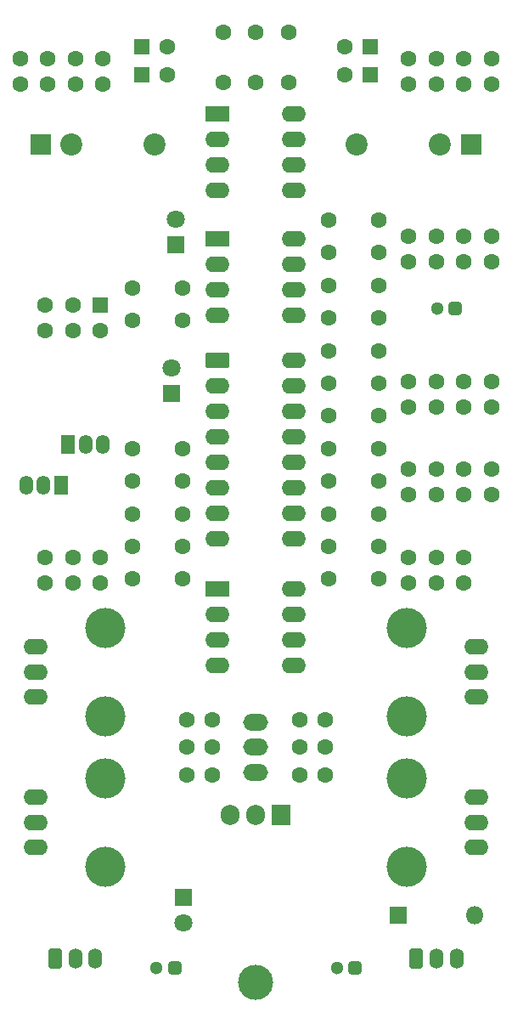
<source format=gbr>
%TF.GenerationSoftware,KiCad,Pcbnew,9.0.2*%
%TF.CreationDate,2025-07-31T20:58:52+10:00*%
%TF.ProjectId,Chorus,43686f72-7573-42e6-9b69-6361645f7063,1-0*%
%TF.SameCoordinates,Original*%
%TF.FileFunction,Soldermask,Bot*%
%TF.FilePolarity,Negative*%
%FSLAX46Y46*%
G04 Gerber Fmt 4.6, Leading zero omitted, Abs format (unit mm)*
G04 Created by KiCad (PCBNEW 9.0.2) date 2025-07-31 20:58:52*
%MOMM*%
%LPD*%
G01*
G04 APERTURE LIST*
G04 Aperture macros list*
%AMRoundRect*
0 Rectangle with rounded corners*
0 $1 Rounding radius*
0 $2 $3 $4 $5 $6 $7 $8 $9 X,Y pos of 4 corners*
0 Add a 4 corners polygon primitive as box body*
4,1,4,$2,$3,$4,$5,$6,$7,$8,$9,$2,$3,0*
0 Add four circle primitives for the rounded corners*
1,1,$1+$1,$2,$3*
1,1,$1+$1,$4,$5*
1,1,$1+$1,$6,$7*
1,1,$1+$1,$8,$9*
0 Add four rect primitives between the rounded corners*
20,1,$1+$1,$2,$3,$4,$5,0*
20,1,$1+$1,$4,$5,$6,$7,0*
20,1,$1+$1,$6,$7,$8,$9,0*
20,1,$1+$1,$8,$9,$2,$3,0*%
G04 Aperture macros list end*
%ADD10C,1.600000*%
%ADD11R,1.350000X1.900000*%
%ADD12O,1.350000X1.900000*%
%ADD13R,2.000000X2.000000*%
%ADD14C,2.200000*%
%ADD15R,1.800000X1.800000*%
%ADD16C,1.800000*%
%ADD17RoundRect,0.250000X-0.550000X-0.550000X0.550000X-0.550000X0.550000X0.550000X-0.550000X0.550000X0*%
%ADD18C,3.500000*%
%ADD19R,1.905000X2.000000*%
%ADD20O,1.905000X2.000000*%
%ADD21RoundRect,0.291666X-0.408334X-0.708334X0.408334X-0.708334X0.408334X0.708334X-0.408334X0.708334X0*%
%ADD22O,1.400000X2.000000*%
%ADD23R,2.400000X1.600000*%
%ADD24O,2.400000X1.600000*%
%ADD25C,4.000000*%
%ADD26O,1.800000X1.800000*%
%ADD27RoundRect,0.270833X0.379167X0.379167X-0.379167X0.379167X-0.379167X-0.379167X0.379167X-0.379167X0*%
%ADD28C,1.300000*%
%ADD29O,2.500000X1.700000*%
%ADD30RoundRect,0.250000X0.550000X0.550000X-0.550000X0.550000X-0.550000X-0.550000X0.550000X-0.550000X0*%
%ADD31RoundRect,0.250000X0.550000X-0.550000X0.550000X0.550000X-0.550000X0.550000X-0.550000X-0.550000X0*%
%ADD32RoundRect,0.250000X-0.950000X-0.550000X0.950000X-0.550000X0.950000X0.550000X-0.950000X0.550000X0*%
G04 APERTURE END LIST*
D10*
%TO.C,R24*%
X131750000Y-106130500D03*
X131750000Y-103590500D03*
%TD*%
D11*
%TO.C,Q2*%
X130600001Y-96390001D03*
D12*
X128830001Y-96390001D03*
X127100001Y-96390001D03*
%TD*%
D10*
%TO.C,R20*%
X156880500Y-125250000D03*
X154340500Y-125250000D03*
%TD*%
%TO.C,C15*%
X157250000Y-102500000D03*
X162250000Y-102500000D03*
%TD*%
%TO.C,C16*%
X142700001Y-105750000D03*
X137700001Y-105750000D03*
%TD*%
%TO.C,R10*%
X167999999Y-74130500D03*
X167999999Y-71590500D03*
%TD*%
D13*
%TO.C,J2*%
X171480000Y-62500000D03*
D14*
X168380000Y-62500000D03*
X160080000Y-62500000D03*
%TD*%
D10*
%TO.C,C12*%
X137700001Y-99250000D03*
X142700001Y-99250000D03*
%TD*%
D15*
%TO.C,C27*%
X142750000Y-137500000D03*
D16*
X142750000Y-140000000D03*
%TD*%
D10*
%TO.C,C14*%
X157250000Y-86250000D03*
X162250000Y-86250000D03*
%TD*%
%TO.C,C13*%
X157250000Y-83000000D03*
X162250000Y-83000000D03*
%TD*%
%TO.C,C5*%
X162250000Y-73250000D03*
X157250000Y-73250000D03*
%TD*%
%TO.C,D2*%
X158869500Y-52750000D03*
D17*
X161409500Y-52750000D03*
%TD*%
D10*
%TO.C,C6*%
X162250000Y-76500000D03*
X157250000Y-76500000D03*
%TD*%
%TO.C,R30*%
X170750000Y-97380500D03*
X170750000Y-94840500D03*
%TD*%
%TO.C,R4*%
X168000000Y-53869500D03*
X168000000Y-56409500D03*
%TD*%
D15*
%TO.C,C28*%
X141600000Y-87250000D03*
D16*
X141600000Y-84750000D03*
%TD*%
D10*
%TO.C,R7*%
X173500000Y-53869500D03*
X173500000Y-56409500D03*
%TD*%
D18*
%TO.C,U5*%
X150000000Y-145910000D03*
D19*
X152540000Y-129250000D03*
D20*
X150000000Y-129250000D03*
X147460000Y-129250000D03*
%TD*%
D10*
%TO.C,D1*%
X158869500Y-55500000D03*
D17*
X161409500Y-55500000D03*
%TD*%
D21*
%TO.C,J4*%
X166000000Y-143550000D03*
D22*
X168000000Y-143550000D03*
X170000000Y-143550000D03*
%TD*%
D10*
%TO.C,R16*%
X168000000Y-88630500D03*
X168000000Y-86090500D03*
%TD*%
%TO.C,R15*%
X165250000Y-88630500D03*
X165250000Y-86090500D03*
%TD*%
D21*
%TO.C,J3*%
X130000000Y-143550000D03*
D22*
X132000000Y-143550000D03*
X134000000Y-143550000D03*
%TD*%
D10*
%TO.C,C2*%
X150000000Y-56319500D03*
X150000000Y-51319500D03*
%TD*%
D13*
%TO.C,J1*%
X128520000Y-62500000D03*
D14*
X131620000Y-62500000D03*
X139920000Y-62500000D03*
%TD*%
D10*
%TO.C,C8*%
X162250000Y-79750000D03*
X157250000Y-79750000D03*
%TD*%
%TO.C,R29*%
X168000000Y-97380500D03*
X168000000Y-94840500D03*
%TD*%
%TO.C,R17*%
X170750000Y-88630500D03*
X170750000Y-86090500D03*
%TD*%
%TO.C,R28*%
X173500000Y-88630500D03*
X173500000Y-86090500D03*
%TD*%
D23*
%TO.C,U2*%
X146180000Y-71880000D03*
D24*
X146180000Y-74420000D03*
X146180000Y-76960000D03*
X146180000Y-79500000D03*
X153800000Y-79500000D03*
X153800000Y-76960000D03*
X153800000Y-74420000D03*
X153800000Y-71880000D03*
%TD*%
D10*
%TO.C,R2*%
X129250000Y-53869500D03*
X129250000Y-56409500D03*
%TD*%
%TO.C,R32*%
X165250000Y-106130500D03*
X165250000Y-103590500D03*
%TD*%
%TO.C,C1*%
X146750000Y-51319500D03*
X146750000Y-56319500D03*
%TD*%
D25*
%TO.C,RV1*%
X135000000Y-110600000D03*
X135000000Y-119400000D03*
D24*
X128000000Y-117500001D03*
X128000000Y-115000000D03*
X128000000Y-112499999D03*
%TD*%
D10*
%TO.C,C21*%
X162250000Y-92750000D03*
X157250000Y-92750000D03*
%TD*%
%TO.C,C20*%
X142700001Y-96000000D03*
X137700001Y-96000000D03*
%TD*%
%TO.C,R25*%
X129000000Y-106130500D03*
X129000000Y-103590500D03*
%TD*%
%TO.C,C9*%
X137700001Y-76750000D03*
X142700001Y-76750000D03*
%TD*%
D25*
%TO.C,RV3*%
X135000000Y-125600000D03*
X135000000Y-134400000D03*
D24*
X128000000Y-132500001D03*
X128000000Y-130000000D03*
X128000000Y-127499999D03*
%TD*%
D10*
%TO.C,R9*%
X165250000Y-74130500D03*
X165250000Y-71590500D03*
%TD*%
%TO.C,R31*%
X173500000Y-97380500D03*
X173500000Y-94840500D03*
%TD*%
D11*
%TO.C,Q1*%
X131230000Y-92360000D03*
D12*
X133000000Y-92360000D03*
X134730000Y-92360000D03*
%TD*%
D15*
%TO.C,D6*%
X164190000Y-139250000D03*
D26*
X171810000Y-139250000D03*
%TD*%
D10*
%TO.C,R33*%
X170750000Y-106130500D03*
X170750000Y-103590500D03*
%TD*%
%TO.C,C18*%
X157250000Y-89500000D03*
X162250000Y-89500000D03*
%TD*%
%TO.C,R27*%
X143119500Y-119750000D03*
X145659500Y-119750000D03*
%TD*%
%TO.C,R5*%
X165250000Y-53869500D03*
X165250000Y-56409500D03*
%TD*%
%TO.C,R22*%
X156880500Y-122500000D03*
X154340500Y-122500000D03*
%TD*%
%TO.C,C22*%
X162250000Y-105750000D03*
X157250000Y-105750000D03*
%TD*%
%TO.C,R14*%
X129000000Y-81000000D03*
X129000000Y-78460000D03*
%TD*%
%TO.C,C11*%
X137700001Y-92750000D03*
X142700001Y-92750000D03*
%TD*%
D27*
%TO.C,C7*%
X169900000Y-78800000D03*
D28*
X168100000Y-78800000D03*
%TD*%
D10*
%TO.C,R8*%
X134750000Y-53869500D03*
X134750000Y-56409500D03*
%TD*%
%TO.C,R18*%
X143119500Y-122500000D03*
X145659500Y-122500000D03*
%TD*%
%TO.C,C3*%
X153250000Y-51319500D03*
X153250000Y-56319500D03*
%TD*%
D23*
%TO.C,U3*%
X146190000Y-106750000D03*
D24*
X146190000Y-109290000D03*
X146190000Y-111830000D03*
X146190000Y-114370000D03*
X153810000Y-114370000D03*
X153810000Y-111830000D03*
X153810000Y-109290000D03*
X153810000Y-106750000D03*
%TD*%
D25*
%TO.C,RV4*%
X165000000Y-134400000D03*
X165000000Y-125600000D03*
D24*
X172000000Y-127499999D03*
X172000000Y-130000000D03*
X172000000Y-132500001D03*
%TD*%
D10*
%TO.C,C10*%
X137700001Y-80000000D03*
X142700001Y-80000000D03*
%TD*%
%TO.C,C25*%
X142700001Y-102500000D03*
X137700001Y-102500000D03*
%TD*%
D29*
%TO.C,SW1*%
X150000000Y-120000000D03*
X150000000Y-122500000D03*
X150000000Y-125000000D03*
%TD*%
D27*
%TO.C,C23*%
X159900000Y-144500000D03*
D28*
X158100000Y-144500000D03*
%TD*%
D10*
%TO.C,C4*%
X162250000Y-70000000D03*
X157250000Y-70000000D03*
%TD*%
%TO.C,C17*%
X157250000Y-99250000D03*
X162250000Y-99250000D03*
%TD*%
%TO.C,R21*%
X156880500Y-119750000D03*
X154340500Y-119750000D03*
%TD*%
%TO.C,D3*%
X141130500Y-52750000D03*
D30*
X138590500Y-52750000D03*
%TD*%
D10*
%TO.C,R1*%
X126500000Y-53869500D03*
X126500000Y-56409500D03*
%TD*%
%TO.C,R12*%
X173500000Y-74130500D03*
X173500000Y-71590500D03*
%TD*%
%TO.C,R11*%
X170749999Y-74130500D03*
X170749999Y-71590500D03*
%TD*%
%TO.C,R26*%
X165250000Y-97380500D03*
X165250000Y-94840500D03*
%TD*%
%TO.C,R6*%
X132000000Y-53869500D03*
X132000000Y-56409500D03*
%TD*%
D27*
%TO.C,C24*%
X141900000Y-144500000D03*
D28*
X140100000Y-144500000D03*
%TD*%
D10*
%TO.C,D4*%
X141130500Y-55500000D03*
D30*
X138590500Y-55500000D03*
%TD*%
D15*
%TO.C,C26*%
X142000000Y-72450000D03*
D16*
X142000000Y-69950000D03*
%TD*%
D10*
%TO.C,D5*%
X134500000Y-81000000D03*
D31*
X134500000Y-78460000D03*
%TD*%
D10*
%TO.C,R34*%
X168000000Y-106130500D03*
X168000000Y-103590500D03*
%TD*%
%TO.C,R23*%
X134500000Y-106130500D03*
X134500000Y-103590500D03*
%TD*%
D23*
%TO.C,U1*%
X146190000Y-59380000D03*
D24*
X146190000Y-61920000D03*
X146190000Y-64460000D03*
X146190000Y-67000000D03*
X153810000Y-67000000D03*
X153810000Y-64460000D03*
X153810000Y-61920000D03*
X153810000Y-59380000D03*
%TD*%
D10*
%TO.C,C19*%
X157250000Y-96000000D03*
X162250000Y-96000000D03*
%TD*%
%TO.C,R19*%
X143119500Y-125250000D03*
X145659500Y-125250000D03*
%TD*%
D32*
%TO.C,U4*%
X146190000Y-83970000D03*
D24*
X146190000Y-86510000D03*
X146190000Y-89050000D03*
X146190000Y-91590000D03*
X146190000Y-94130000D03*
X146190000Y-96670000D03*
X146190000Y-99210000D03*
X146190000Y-101750000D03*
X153810000Y-101750000D03*
X153810000Y-99210000D03*
X153810000Y-96670000D03*
X153810000Y-94130000D03*
X153810000Y-91590000D03*
X153810000Y-89050000D03*
X153810000Y-86510000D03*
X153810000Y-83970000D03*
%TD*%
D10*
%TO.C,R3*%
X170750000Y-53869500D03*
X170750000Y-56409500D03*
%TD*%
%TO.C,R13*%
X131750000Y-81000000D03*
X131750000Y-78460000D03*
%TD*%
D25*
%TO.C,RV2*%
X165000000Y-119400000D03*
X165000000Y-110600000D03*
D24*
X172000000Y-112499999D03*
X172000000Y-115000000D03*
X172000000Y-117500001D03*
%TD*%
M02*

</source>
